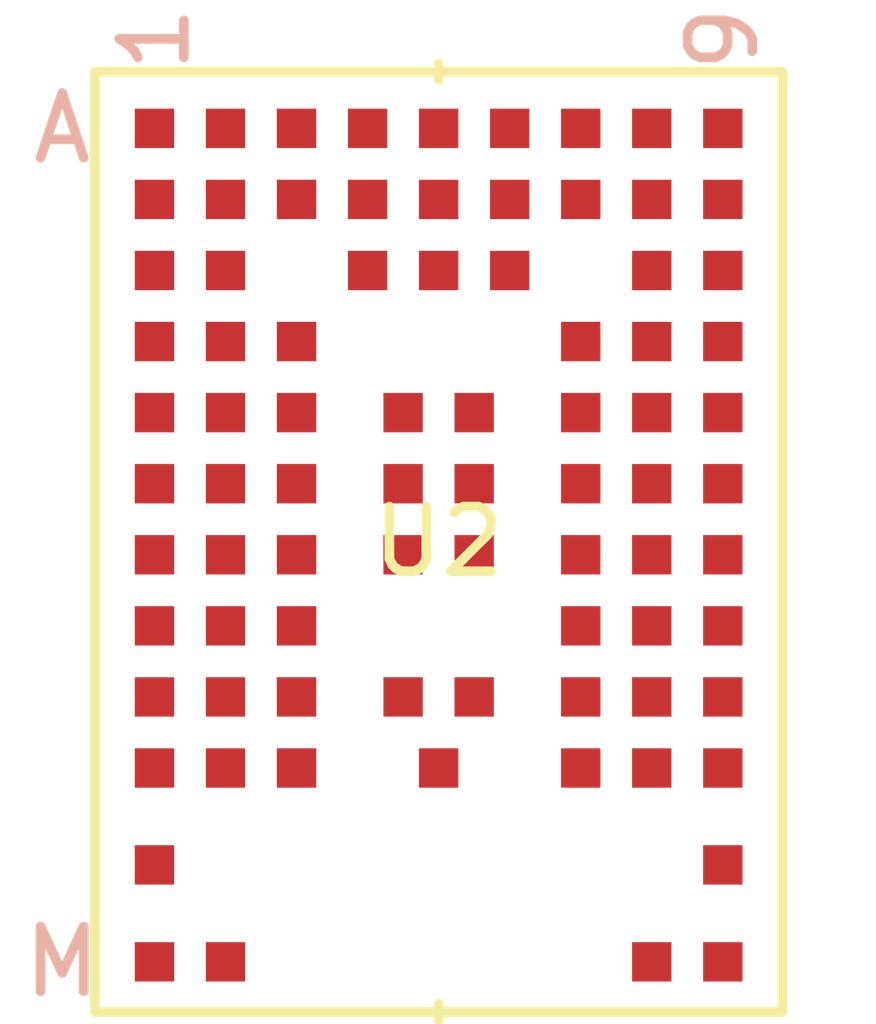
<source format=kicad_pcb>
(kicad_pcb (version 20240108) (generator "pcbnew") (generator_version "8.0")
  (layers (0 "F.Cu" signal) (31 "B.Cu" signal) (34 "B.Paste" user) (35 "F.Paste" user) (36 "B.SilkS" user "B.Silkscreen") (37 "F.SilkS" user "F.Silkscreen") (38 "B.Mask" user) (39 "F.Mask" user) (44 "Edge.Cuts" user))
  (net 0 "")
  (footprint "footprints:NORA-W10_UBL" (layer "F.Cu") (at 94.599999 115)
    (property "Reference" "U2" (at 0 0 0) (layer "F.SilkS"))
    (property "Value" "NORA-W106-10B")
    (fp_line (start -5.3213 -7.2771) (end -5.3213 7.2771) (stroke (width 0.1524)) (layer "F.SilkS"))
    (fp_line (start -5.3213 7.2771) (end 5.3213 7.2771) (stroke (width 0.1524)) (layer "F.SilkS"))
    (fp_line (start 0 -7.1501) (end 0 -7.4041) (stroke (width 0.1524)) (layer "F.SilkS"))
    (fp_line (start 0 7.1501) (end 0 7.4041) (stroke (width 0.1524)) (layer "F.SilkS"))
    (fp_line (start 5.3213 -7.2771) (end -5.3213 -7.2771) (stroke (width 0.1524)) (layer "F.SilkS"))
    (fp_line (start 5.3213 7.2771) (end 5.3213 -7.2771) (stroke (width 0.1524)) (layer "F.SilkS"))
    (fp_text user "9" (at 4.400001 -7.7851 90) (layer "B.SilkS"))
    (fp_text user "M" (at -5.8293 6.5 0) (layer "B.SilkS"))
    (fp_text user "A" (at -5.8293 -6.4 0) (layer "B.SilkS"))
    (fp_text user "1" (at -4.4 -7.7851 90) (layer "B.SilkS"))
    (fp_text user "9" (at 4.400001 -7.7851 90) (layer "F.SilkS"))
    (fp_text user "A" (at -5.8293 -6.4 0) (layer "F.SilkS"))
    (fp_text user "1" (at -4.4 -7.7851 90) (layer "F.SilkS"))
    (fp_text user "M" (at -5.8293 6.5 0) (layer "F.SilkS"))
    (pad "A1" smd rect (at -4.4 -6.4) (size 0.6096 0.6096) (layers "F.Cu" "F.Paste" "F.Mask"))
    (pad "A2" smd rect (at -3.3 -6.4) (size 0.6096 0.6096) (layers "F.Cu" "F.Paste" "F.Mask"))
    (pad "A3" smd rect (at -2.2 -6.4) (size 0.6096 0.6096) (layers "F.Cu" "F.Paste" "F.Mask"))
    (pad "A4" smd rect (at -1.1 -6.4) (size 0.6096 0.6096) (layers "F.Cu" "F.Paste" "F.Mask"))
    (pad "A5" smd rect (at 0 -6.4) (size 0.6096 0.6096) (layers "F.Cu" "F.Paste" "F.Mask"))
    (pad "A6" smd rect (at 1.1 -6.4) (size 0.6096 0.6096) (layers "F.Cu" "F.Paste" "F.Mask"))
    (pad "A7" smd rect (at 2.2 -6.4) (size 0.6096 0.6096) (layers "F.Cu" "F.Paste" "F.Mask"))
    (pad "A8" smd rect (at 3.300001 -6.4) (size 0.6096 0.6096) (layers "F.Cu" "F.Paste" "F.Mask"))
    (pad "A9" smd rect (at 4.400001 -6.4) (size 0.6096 0.6096) (layers "F.Cu" "F.Paste" "F.Mask"))
    (pad "B1" smd rect (at -4.4 -5.3) (size 0.6096 0.6096) (layers "F.Cu" "F.Paste" "F.Mask"))
    (pad "B2" smd rect (at -3.3 -5.3) (size 0.6096 0.6096) (layers "F.Cu" "F.Paste" "F.Mask"))
    (pad "B3" smd rect (at -2.2 -5.3) (size 0.6096 0.6096) (layers "F.Cu" "F.Paste" "F.Mask"))
    (pad "B4" smd rect (at -1.1 -5.3) (size 0.6096 0.6096) (layers "F.Cu" "F.Paste" "F.Mask"))
    (pad "B5" smd rect (at 0 -5.3) (size 0.6096 0.6096) (layers "F.Cu" "F.Paste" "F.Mask"))
    (pad "B6" smd rect (at 1.1 -5.3) (size 0.6096 0.6096) (layers "F.Cu" "F.Paste" "F.Mask"))
    (pad "B7" smd rect (at 2.2 -5.3) (size 0.6096 0.6096) (layers "F.Cu" "F.Paste" "F.Mask"))
    (pad "B8" smd rect (at 3.300001 -5.3) (size 0.6096 0.6096) (layers "F.Cu" "F.Paste" "F.Mask"))
    (pad "B9" smd rect (at 4.400001 -5.3) (size 0.6096 0.6096) (layers "F.Cu" "F.Paste" "F.Mask"))
    (pad "C1" smd rect (at -4.4 -4.2) (size 0.6096 0.6096) (layers "F.Cu" "F.Paste" "F.Mask"))
    (pad "C2" smd rect (at -3.3 -4.2) (size 0.6096 0.6096) (layers "F.Cu" "F.Paste" "F.Mask"))
    (pad "C4" smd rect (at -1.1 -4.2) (size 0.6096 0.6096) (layers "F.Cu" "F.Paste" "F.Mask"))
    (pad "C5" smd rect (at 0 -4.2) (size 0.6096 0.6096) (layers "F.Cu" "F.Paste" "F.Mask"))
    (pad "C6" smd rect (at 1.1 -4.2) (size 0.6096 0.6096) (layers "F.Cu" "F.Paste" "F.Mask"))
    (pad "C8" smd rect (at 3.300001 -4.2) (size 0.6096 0.6096) (layers "F.Cu" "F.Paste" "F.Mask"))
    (pad "C9" smd rect (at 4.400001 -4.2) (size 0.6096 0.6096) (layers "F.Cu" "F.Paste" "F.Mask"))
    (pad "D1" smd rect (at -4.4 -3.1) (size 0.6096 0.6096) (layers "F.Cu" "F.Paste" "F.Mask"))
    (pad "D2" smd rect (at -3.3 -3.1) (size 0.6096 0.6096) (layers "F.Cu" "F.Paste" "F.Mask"))
    (pad "D3" smd rect (at -2.2 -3.1) (size 0.6096 0.6096) (layers "F.Cu" "F.Paste" "F.Mask"))
    (pad "D7" smd rect (at 2.2 -3.1) (size 0.6096 0.6096) (layers "F.Cu" "F.Paste" "F.Mask"))
    (pad "D8" smd rect (at 3.300001 -3.1) (size 0.6096 0.6096) (layers "F.Cu" "F.Paste" "F.Mask"))
    (pad "D9" smd rect (at 4.400001 -3.1) (size 0.6096 0.6096) (layers "F.Cu" "F.Paste" "F.Mask"))
    (pad "E1" smd rect (at -4.4 -2) (size 0.6096 0.6096) (layers "F.Cu" "F.Paste" "F.Mask"))
    (pad "E2" smd rect (at -3.3 -2) (size 0.6096 0.6096) (layers "F.Cu" "F.Paste" "F.Mask"))
    (pad "E3" smd rect (at -2.2 -2) (size 0.6096 0.6096) (layers "F.Cu" "F.Paste" "F.Mask"))
    (pad "E4" smd rect (at -0.55 -2) (size 0.6096 0.6096) (layers "F.Cu" "F.Paste" "F.Mask"))
    (pad "E5" smd rect (at 0.55 -2) (size 0.6096 0.6096) (layers "F.Cu" "F.Paste" "F.Mask"))
    (pad "E7" smd rect (at 2.2 -2) (size 0.6096 0.6096) (layers "F.Cu" "F.Paste" "F.Mask"))
    (pad "E8" smd rect (at 3.300001 -2) (size 0.6096 0.6096) (layers "F.Cu" "F.Paste" "F.Mask"))
    (pad "E9" smd rect (at 4.400001 -2) (size 0.6096 0.6096) (layers "F.Cu" "F.Paste" "F.Mask"))
    (pad "F1" smd rect (at -4.4 -0.9) (size 0.6096 0.6096) (layers "F.Cu" "F.Paste" "F.Mask"))
    (pad "F2" smd rect (at -3.3 -0.9) (size 0.6096 0.6096) (layers "F.Cu" "F.Paste" "F.Mask"))
    (pad "F3" smd rect (at -2.2 -0.9) (size 0.6096 0.6096) (layers "F.Cu" "F.Paste" "F.Mask"))
    (pad "F4" smd rect (at -0.55 -0.9) (size 0.6096 0.6096) (layers "F.Cu" "F.Paste" "F.Mask"))
    (pad "F5" smd rect (at 0.55 -0.9) (size 0.6096 0.6096) (layers "F.Cu" "F.Paste" "F.Mask"))
    (pad "F7" smd rect (at 2.2 -0.9) (size 0.6096 0.6096) (layers "F.Cu" "F.Paste" "F.Mask"))
    (pad "F8" smd rect (at 3.300001 -0.9) (size 0.6096 0.6096) (layers "F.Cu" "F.Paste" "F.Mask"))
    (pad "F9" smd rect (at 4.400001 -0.9) (size 0.6096 0.6096) (layers "F.Cu" "F.Paste" "F.Mask"))
    (pad "G1" smd rect (at -4.4 0.2) (size 0.6096 0.6096) (layers "F.Cu" "F.Paste" "F.Mask"))
    (pad "G2" smd rect (at -3.3 0.2) (size 0.6096 0.6096) (layers "F.Cu" "F.Paste" "F.Mask"))
    (pad "G3" smd rect (at -2.2 0.2) (size 0.6096 0.6096) (layers "F.Cu" "F.Paste" "F.Mask"))
    (pad "G4" smd rect (at -0.55 0.2) (size 0.6096 0.6096) (layers "F.Cu" "F.Paste" "F.Mask"))
    (pad "G5" smd rect (at 0.55 0.2) (size 0.6096 0.6096) (layers "F.Cu" "F.Paste" "F.Mask"))
    (pad "G7" smd rect (at 2.2 0.2) (size 0.6096 0.6096) (layers "F.Cu" "F.Paste" "F.Mask"))
    (pad "G8" smd rect (at 3.300001 0.2) (size 0.6096 0.6096) (layers "F.Cu" "F.Paste" "F.Mask"))
    (pad "G9" smd rect (at 4.400001 0.2) (size 0.6096 0.6096) (layers "F.Cu" "F.Paste" "F.Mask"))
    (pad "H1" smd rect (at -4.4 1.3) (size 0.6096 0.6096) (layers "F.Cu" "F.Paste" "F.Mask"))
    (pad "H2" smd rect (at -3.3 1.3) (size 0.6096 0.6096) (layers "F.Cu" "F.Paste" "F.Mask"))
    (pad "H3" smd rect (at -2.2 1.3) (size 0.6096 0.6096) (layers "F.Cu" "F.Paste" "F.Mask"))
    (pad "H7" smd rect (at 2.2 1.3) (size 0.6096 0.6096) (layers "F.Cu" "F.Paste" "F.Mask"))
    (pad "H8" smd rect (at 3.300001 1.3) (size 0.6096 0.6096) (layers "F.Cu" "F.Paste" "F.Mask"))
    (pad "H9" smd rect (at 4.400001 1.3) (size 0.6096 0.6096) (layers "F.Cu" "F.Paste" "F.Mask"))
    (pad "J1" smd rect (at -4.4 2.4) (size 0.6096 0.6096) (layers "F.Cu" "F.Paste" "F.Mask"))
    (pad "J2" smd rect (at -3.3 2.4) (size 0.6096 0.6096) (layers "F.Cu" "F.Paste" "F.Mask"))
    (pad "J3" smd rect (at -2.2 2.4) (size 0.6096 0.6096) (layers "F.Cu" "F.Paste" "F.Mask"))
    (pad "J4" smd rect (at -0.55 2.4) (size 0.6096 0.6096) (layers "F.Cu" "F.Paste" "F.Mask"))
    (pad "J5" smd rect (at 0.55 2.4) (size 0.6096 0.6096) (layers "F.Cu" "F.Paste" "F.Mask"))
    (pad "J7" smd rect (at 2.2 2.4) (size 0.6096 0.6096) (layers "F.Cu" "F.Paste" "F.Mask"))
    (pad "J8" smd rect (at 3.300001 2.4) (size 0.6096 0.6096) (layers "F.Cu" "F.Paste" "F.Mask"))
    (pad "J9" smd rect (at 4.400001 2.4) (size 0.6096 0.6096) (layers "F.Cu" "F.Paste" "F.Mask"))
    (pad "K1" smd rect (at -4.4 3.5) (size 0.6096 0.6096) (layers "F.Cu" "F.Paste" "F.Mask"))
    (pad "K2" smd rect (at -3.3 3.5) (size 0.6096 0.6096) (layers "F.Cu" "F.Paste" "F.Mask"))
    (pad "K3" smd rect (at -2.2 3.5) (size 0.6096 0.6096) (layers "F.Cu" "F.Paste" "F.Mask"))
    (pad "K5" smd rect (at 0 3.5) (size 0.6096 0.6096) (layers "F.Cu" "F.Paste" "F.Mask"))
    (pad "K7" smd rect (at 2.2 3.5) (size 0.6096 0.6096) (layers "F.Cu" "F.Paste" "F.Mask"))
    (pad "K8" smd rect (at 3.300001 3.5) (size 0.6096 0.6096) (layers "F.Cu" "F.Paste" "F.Mask"))
    (pad "K9" smd rect (at 4.400001 3.5) (size 0.6096 0.6096) (layers "F.Cu" "F.Paste" "F.Mask"))
    (pad "L1" smd rect (at -4.4 5) (size 0.6096 0.6096) (layers "F.Cu" "F.Paste" "F.Mask"))
    (pad "L9" smd rect (at 4.400001 5) (size 0.6096 0.6096) (layers "F.Cu" "F.Paste" "F.Mask"))
    (pad "M1" smd rect (at -4.4 6.5) (size 0.6096 0.6096) (layers "F.Cu" "F.Paste" "F.Mask"))
    (pad "M2" smd rect (at -3.3 6.5) (size 0.6096 0.6096) (layers "F.Cu" "F.Paste" "F.Mask"))
    (pad "M8" smd rect (at 3.300001 6.5) (size 0.6096 0.6096) (layers "F.Cu" "F.Paste" "F.Mask"))
    (pad "M9" smd rect (at 4.400001 6.5) (size 0.6096 0.6096) (layers "F.Cu" "F.Paste" "F.Mask"))
  )
)
</source>
